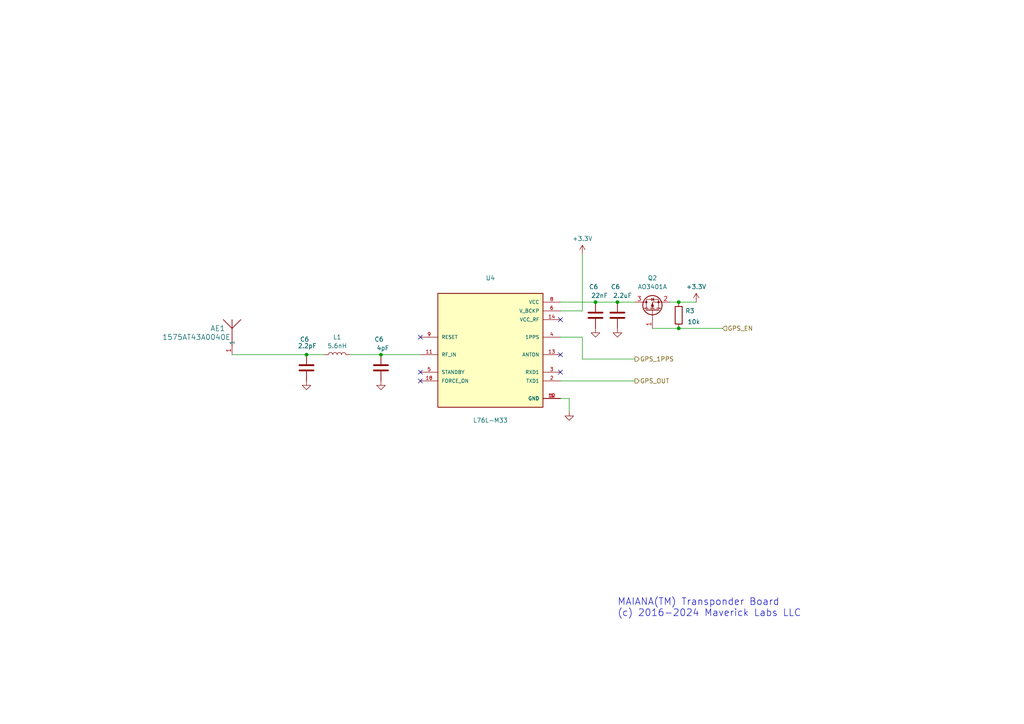
<source format=kicad_sch>
(kicad_sch (version 20230121) (generator eeschema)
  (paper "A4")
  (title_block (title "GNSS") (date "2024-01-25") (rev "11.9.0"))
  (lib_symbols
    (symbol "1575AT43A0040E:1575AT43A0040E" (pin_names (offset 0.254))
      (property "Reference" "AE" (at 2.2606 6.985 0))
      (property "Value" "1575AT43A0040E" (at 2.2606 3.175 0))
      (symbol "1575AT43A0040E_0_1"
        (polyline (pts (xy -2.54 10.16) (xy 0 7.62)) (stroke (width 0.2032)))
        (polyline (pts (xy 0 7.62) (xy 0 2.54)) (stroke (width 0.2032)))
        (polyline (pts (xy 0 7.62) (xy 2.54 10.16)) (stroke (width 0.2032)))
        (polyline (pts (xy 0 10.16) (xy 0 7.62)) (stroke (width 0.2032)))
        (pin unspecified line (at 0 0 90) (length 2.54) (name "1") (number "1"))
      )
    )
    (symbol "Device:C" (pin_numbers hide) (pin_names (offset 0.254))
      (property "Reference" "C" (at 0.635 2.54 0))
      (property "Value" "C" (at 0.635 -2.54 0))
      (symbol "C_0_1"
        (polyline (pts (xy -2.032 -0.762) (xy 2.032 -0.762)) (stroke (width 0.508)))
        (polyline (pts (xy -2.032 0.762) (xy 2.032 0.762)) (stroke (width 0.508)))
      )
      (symbol "C_1_1"
        (pin passive line (at 0 3.81 270) (length 2.794) (name "~") (number "1"))
        (pin passive line (at 0 -3.81 90) (length 2.794) (name "~") (number "2"))
      )
    )
    (symbol "Device:L" (pin_numbers hide) (pin_names (offset 1.016) hide)
      (property "Reference" "L" (at -1.27 0 90))
      (property "Value" "L" (at 1.905 0 90))
      (symbol "L_0_1"
        (arc (start 0 -2.54) (mid 0.6323 -1.905) (end 0 -1.27))
        (arc (start 0 -1.27) (mid 0.6323 -0.635) (end 0 0))
        (arc (start 0 0) (mid 0.6323 0.635) (end 0 1.27))
        (arc (start 0 1.27) (mid 0.6323 1.905) (end 0 2.54))
      )
      (symbol "L_1_1"
        (pin passive line (at 0 3.81 270) (length 1.27) (name "1") (number "1"))
        (pin passive line (at 0 -3.81 90) (length 1.27) (name "2") (number "2"))
      )
    )
    (symbol "Device:R" (pin_numbers hide) (pin_names (offset 0))
      (property "Reference" "R" (at 2.032 0 90))
      (property "Value" "R" (at 0 0 90))
      (symbol "R_0_1"
        (rectangle (start -1.016 -2.54) (end 1.016 2.54) (stroke (width 0.254)))
      )
      (symbol "R_1_1"
        (pin passive line (at 0 3.81 270) (length 1.27) (name "~") (number "1"))
        (pin passive line (at 0 -3.81 90) (length 1.27) (name "~") (number "2"))
      )
    )
    (symbol "L76L-M33:L76L-M33" (pin_names (offset 1.016))
      (property "Reference" "U" (at -15.24 18.542 0))
      (property "Value" "L76L-M33" (at -15.24 -17.78 0))
      (symbol "L76L-M33_0_0"
        (rectangle (start -15.24 -15.24) (end 15.24 17.78) (stroke (width 0.254)) (fill (type background)))
        (pin power_in line (at 20.32 -12.7 180) (length 5.08) (name "GND") (number "1"))
        (pin power_in line (at 20.32 -12.7 180) (length 5.08) (name "GND") (number "10"))
        (pin input line (at -20.32 0 0) (length 5.08) (name "RF_IN") (number "11"))
        (pin power_in line (at 20.32 -12.7 180) (length 5.08) (name "GND") (number "12"))
        (pin output line (at 20.32 0 180) (length 5.08) (name "ANTON") (number "13"))
        (pin power_in line (at 20.32 10.16 180) (length 5.08) (name "VCC_RF") (number "14"))
        (pin input line (at -20.32 -7.62 0) (length 5.08) (name "FORCE_ON") (number "18"))
        (pin output line (at 20.32 -7.62 180) (length 5.08) (name "TXD1") (number "2"))
        (pin input line (at 20.32 -5.08 180) (length 5.08) (name "RXD1") (number "3"))
        (pin output line (at 20.32 5.08 180) (length 5.08) (name "1PPS") (number "4"))
        (pin input line (at -20.32 -5.08 0) (length 5.08) (name "STANDBY") (number "5"))
        (pin power_in line (at 20.32 12.7 180) (length 5.08) (name "V_BCKP") (number "6"))
        (pin power_in line (at 20.32 15.24 180) (length 5.08) (name "VCC") (number "8"))
        (pin input line (at -20.32 5.08 0) (length 5.08) (name "RESET") (number "9"))
      )
    )
    (symbol "Transistor_FET:AO3401A" (pin_names hide)
      (property "Reference" "Q" (at 5.08 1.905 0))
      (property "Value" "AO3401A" (at 5.08 0 0))
      (symbol "AO3401A_0_1"
        (polyline (pts (xy 0.254 0) (xy -2.54 0)))
        (polyline (pts (xy 0.254 1.905) (xy 0.254 -1.905)) (stroke (width 0.254)))
        (polyline (pts (xy 0.762 -1.27) (xy 0.762 -2.286)) (stroke (width 0.254)))
        (polyline (pts (xy 0.762 0.508) (xy 0.762 -0.508)) (stroke (width 0.254)))
        (polyline (pts (xy 0.762 2.286) (xy 0.762 1.27)) (stroke (width 0.254)))
        (polyline (pts (xy 2.54 2.54) (xy 2.54 1.778)))
        (polyline (pts (xy 2.54 -2.54) (xy 2.54 0) (xy 0.762 0)))
        (polyline (pts (xy 0.762 1.778) (xy 3.302 1.778) (xy 3.302 -1.778) (xy 0.762 -1.778)))
        (polyline (pts (xy 2.286 0) (xy 1.27 0.381) (xy 1.27 -0.381) (xy 2.286 0)) (fill (type outline)))
        (polyline (pts (xy 2.794 -0.508) (xy 2.921 -0.381) (xy 3.683 -0.381) (xy 3.81 -0.254)))
        (polyline (pts (xy 3.302 -0.381) (xy 2.921 0.254) (xy 3.683 0.254) (xy 3.302 -0.381)))
        (circle (center 1.651 0) (radius 2.794) (stroke (width 0.254)))
        (circle (center 2.54 -1.778) (radius 0.254) (fill (type outline)))
        (circle (center 2.54 1.778) (radius 0.254) (fill (type outline)))
      )
      (symbol "AO3401A_1_1"
        (pin input line (at -5.08 0 0) (length 2.54) (name "G") (number "1"))
        (pin passive line (at 2.54 -5.08 90) (length 2.54) (name "S") (number "2"))
        (pin passive line (at 2.54 5.08 270) (length 2.54) (name "D") (number "3"))
      )
    )
    (symbol "power:+3.3V" (power) (pin_names (offset 0))
      (property "Value" "+3.3V" (at 0 3.556 0))
      (symbol "+3.3V_0_1"
        (polyline (pts (xy -0.762 1.27) (xy 0 2.54)))
        (polyline (pts (xy 0 0) (xy 0 2.54)))
        (polyline (pts (xy 0 2.54) (xy 0.762 1.27)))
      )
      (symbol "+3.3V_1_1"
        (pin power_in line (at 0 0 90) (length 0) hide (name "+3.3V") (number "1"))
      )
    )
    (symbol "power:GND" (power) (pin_names (offset 0))
      (property "Value" "GND" (at 0 -3.81 0))
      (symbol "GND_0_1"
        (polyline (pts (xy 0 0) (xy 0 -1.27) (xy 1.27 -1.27) (xy 0 -2.54) (xy -1.27 -1.27) (xy 0 -1.27)))
      )
      (symbol "GND_1_1"
        (pin power_in line (at 0 0 270) (length 0) hide (name "GND") (number "1"))
      )
    )
  )
  (junction (at 196.85 87.63))
  (junction (at 179.07 87.63))
  (junction (at 110.49 102.87))
  (junction (at 196.85 95.25))
  (junction (at 88.9 102.87))
  (junction (at 172.72 87.63))
  (no_connect (at 162.56 107.95))
  (no_connect (at 121.92 97.79))
  (no_connect (at 121.92 110.49))
  (no_connect (at 162.56 92.71))
  (no_connect (at 162.56 102.87))
  (no_connect (at 121.92 107.95))
  (wire (pts (xy 67.31 102.87) (xy 88.9 102.87)))
  (wire (pts (xy 168.91 90.17) (xy 168.91 73.66)))
  (wire (pts (xy 88.9 102.87) (xy 93.98 102.87)))
  (wire (pts (xy 101.6 102.87) (xy 110.49 102.87)))
  (wire (pts (xy 168.91 97.79) (xy 168.91 104.14)))
  (wire (pts (xy 194.31 87.63) (xy 196.85 87.63)))
  (wire (pts (xy 110.49 102.87) (xy 121.92 102.87)))
  (wire (pts (xy 165.1 115.57) (xy 165.1 119.38)))
  (wire (pts (xy 162.56 90.17) (xy 168.91 90.17)))
  (wire (pts (xy 196.85 87.63) (xy 201.93 87.63)))
  (wire (pts (xy 162.56 110.49) (xy 184.15 110.49)))
  (wire (pts (xy 189.23 95.25) (xy 196.85 95.25)))
  (wire (pts (xy 172.72 87.63) (xy 179.07 87.63)))
  (wire (pts (xy 162.56 115.57) (xy 165.1 115.57)))
  (wire (pts (xy 168.91 104.14) (xy 184.15 104.14)))
  (wire (pts (xy 196.85 95.25) (xy 209.55 95.25)))
  (wire (pts (xy 162.56 87.63) (xy 172.72 87.63)))
  (wire (pts (xy 179.07 87.63) (xy 184.15 87.63)))
  (wire (pts (xy 162.56 97.79) (xy 168.91 97.79)))
  (text "MAIANA(TM) Transponder Board\n(c) 2016-2024 Maverick Labs LLC" (at 179.07 179.07 0) (effects (font (size 2 2)) (justify left bottom)))
  (hierarchical_label "GPS_1PPS" (shape output) (at 184.15 104.14 0))
  (hierarchical_label "GPS_OUT" (shape output) (at 184.15 110.49 0))
  (hierarchical_label "GPS_EN" (shape input) (at 209.55 95.25 0))
  (symbol (lib_id "Transistor_FET:AO3401A") (at 189.23 90.17 90) (unit 1)
    (property "Reference" "Q2" (at 189.23 80.645 90))
    (property "Value" "AO3401A" (at 189.23 83.185 90))
    (property "Footprint" "Package_TO_SOT_SMD:SOT-23" (effects hide))
    (property "Datasheet" "http://www.aosmd.com/pdfs/datasheet/AO3401A.pdf" (effects hide))
  )
  (symbol (lib_id "power:GND") (at 179.07 95.25 0) (unit 1)
    (property "Reference" "#PWR028" (effects hide))
    (property "Value" "GND" (effects hide))
    (instances (project "transponder-11.9.0" (path "" (reference "#PWR028") (unit 1)) (path "" (reference "#PWR032") (unit 1)) (path "" (reference "#PWR049") (unit 1))))
  )
  (symbol (lib_id "Device:C") (at 110.49 106.68 180) (unit 1)
    (property "Reference" "C6" (at 108.585 98.425 0) (effects (justify right)))
    (property "Value" "4pF" (at 109.22 100.965 0) (effects (justify right)))
    (property "Footprint" "Capacitor_SMD:C_0603_1608Metric" (effects hide))
    (instances (project "transponder-11.9.0" (path "" (reference "C6") (unit 1)) (path "" (reference "C19") (unit 1)) (path "" (reference "C23") (unit 1)) (path "" (reference "C32") (unit 1))))
  )
  (symbol (lib_id "1575AT43A0040E:1575AT43A0040E") (at 67.31 102.87 0) (unit 1)
    (property "Reference" "AE1" (at 60.96 95.25 0) (effects (font (size 1.524 1.524)) (justify left)))
    (property "Value" "1575AT43A0040E" (at 46.99 97.79 0) (effects (font (size 1.524 1.524)) (justify left)))
    (property "Footprint" "KiCadFootprints:ANT_1575AT_JOT" (effects hide))
    (property "Datasheet" "1575AT43A0040E" (effects hide))
  )
  (symbol (lib_id "Device:C") (at 88.9 106.68 180) (unit 1)
    (property "Reference" "C6" (at 86.995 98.425 0) (effects (justify right)))
    (property "Value" "2.2pF" (at 86.36 100.33 0) (effects (justify right)))
    (property "Footprint" "Capacitor_SMD:C_0603_1608Metric" (effects hide))
    (instances (project "transponder-11.9.0" (path "" (reference "C6") (unit 1)) (path "" (reference "C19") (unit 1)) (path "" (reference "C23") (unit 1)) (path "" (reference "C33") (unit 1))))
  )
  (symbol (lib_id "power:GND") (at 165.1 119.38 0) (unit 1)
    (property "Reference" "#PWR028" (effects hide))
    (property "Value" "GND" (effects hide))
    (instances (project "transponder-11.9.0" (path "" (reference "#PWR028") (unit 1)) (path "" (reference "#PWR032") (unit 1)) (path "" (reference "#PWR045") (unit 1))))
  )
  (symbol (lib_id "Device:R") (at 196.85 91.44 0) (unit 1)
    (property "Reference" "R3" (at 198.755 90.17 0) (effects (justify left)))
    (property "Value" "10k" (at 199.39 93.345 0) (effects (justify left)))
    (property "Footprint" "Resistor_SMD:R_0603_1608Metric" (effects hide))
    (instances (project "transponder-11.9.0" (path "" (reference "R3") (unit 1)) (path "" (reference "R7") (unit 1)) (path "" (reference "R9") (unit 1))))
  )
  (symbol (lib_id "Device:C") (at 179.07 91.44 180) (unit 1)
    (property "Reference" "C6" (at 177.165 83.185 0) (effects (justify right)))
    (property "Value" "2.2uF" (at 177.8 85.725 0) (effects (justify right)))
    (property "Footprint" "Capacitor_SMD:C_0603_1608Metric" (effects hide))
    (instances (project "transponder-11.9.0" (path "" (reference "C6") (unit 1)) (path "" (reference "C19") (unit 1)) (path "" (reference "C23") (unit 1)) (path "" (reference "C30") (unit 1))))
  )
  (symbol (lib_id "L76L-M33:L76L-M33") (at 142.24 102.87 0) (unit 1)
    (property "Reference" "U4" (at 142.24 80.645 0))
    (property "Value" "L76L-M33" (at 142.24 121.92 0))
    (property "Footprint" "KiCadFootprints:XCVR_L76L-M33" (effects hide))
    (property "MF" "Quectel" (effects hide))
    (property "Description" "\nL76-L is a concurrent receiver module integrating GPS, GLONASS, Galileo and QZSS systems. With 33 tracking channels, 99 acquisition channels and 210 PRN channels, L76-L can acquire and track any mix of GPS, GLONASS and SBAS signals. Designed to be compatible with Quectel L76 module in the compact and unified form factor, L76-L provides a built-in LNA for better performance in weak signal areas.\n" (effects hide))
    (property "Package" "Custom Quectel" (effects hide))
    (property "Price" "None" (effects hide))
    (property "SnapEDA_Link" "https://www.snapeda.com/parts/L76L-M33/Quectel/view-part/?ref=snap" (effects hide))
    (property "MP" "L76L-M33" (effects hide))
    (property "Purchase-URL" "https://pricing.snapeda.com/search?q=L76L-M33&ref=eda" (effects hide))
    (property "Availability" "In Stock" (effects hide))
    (property "Check_prices" "https://www.snapeda.com/parts/L76L-M33/Quectel/view-part/?ref=eda" (effects hide))
  )
  (symbol (lib_id "Device:L") (at 97.79 102.87 90) (unit 1)
    (property "Reference" "L1" (at 97.79 97.79 90))
    (property "Value" "5.6nH" (at 97.79 100.33 90))
    (property "Footprint" "Inductor_SMD:L_0603_1608Metric" (effects hide))
    (instances (project "transponder-11.9.0" (path "" (reference "L1") (unit 1)) (path "" (reference "L14") (unit 1))))
  )
  (symbol (lib_id "power:+3.3V") (at 201.93 87.63 0) (unit 1)
    (property "Reference" "#PWR046" (effects hide))
    (property "Value" "+3.3V" (at 201.93 83.185 0))
  )
  (symbol (lib_id "power:GND") (at 88.9 110.49 0) (unit 1)
    (property "Reference" "#PWR028" (effects hide))
    (property "Value" "GND" (effects hide))
    (instances (project "transponder-11.9.0" (path "" (reference "#PWR028") (unit 1)) (path "" (reference "#PWR032") (unit 1)) (path "" (reference "#PWR051") (unit 1))))
  )
  (symbol (lib_id "power:GND") (at 172.72 95.25 0) (unit 1)
    (property "Reference" "#PWR028" (effects hide))
    (property "Value" "GND" (effects hide))
    (instances (project "transponder-11.9.0" (path "" (reference "#PWR028") (unit 1)) (path "" (reference "#PWR032") (unit 1)) (path "" (reference "#PWR048") (unit 1))))
  )
  (symbol (lib_id "power:+3.3V") (at 168.91 73.66 0) (unit 1)
    (property "Reference" "#PWR047" (effects hide))
    (property "Value" "+3.3V" (at 168.91 69.215 0))
  )
  (symbol (lib_id "Device:C") (at 172.72 91.44 180) (unit 1)
    (property "Reference" "C6" (at 170.815 83.185 0) (effects (justify right)))
    (property "Value" "22nF" (at 171.45 85.725 0) (effects (justify right)))
    (property "Footprint" "Capacitor_SMD:C_0603_1608Metric" (effects hide))
    (instances (project "transponder-11.9.0" (path "" (reference "C6") (unit 1)) (path "" (reference "C27") (unit 1)) (path "" (reference "C31") (unit 1))))
  )
  (symbol (lib_id "power:GND") (at 110.49 110.49 0) (unit 1)
    (property "Reference" "#PWR028" (effects hide))
    (property "Value" "GND" (effects hide))
    (instances (project "transponder-11.9.0" (path "" (reference "#PWR028") (unit 1)) (path "" (reference "#PWR032") (unit 1)) (path "" (reference "#PWR050") (unit 1))))
  )
)
</source>
